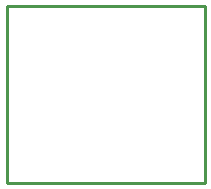
<source format=gbr>
G04 EAGLE Gerber RS-274X export*
G75*
%MOMM*%
%FSLAX34Y34*%
%LPD*%
%IN*%
%IPPOS*%
%AMOC8*
5,1,8,0,0,1.08239X$1,22.5*%
G01*
%ADD10C,0.254000*%


D10*
X0Y0D02*
X168150Y0D01*
X168150Y149760D01*
X0Y149760D01*
X0Y0D01*
M02*

</source>
